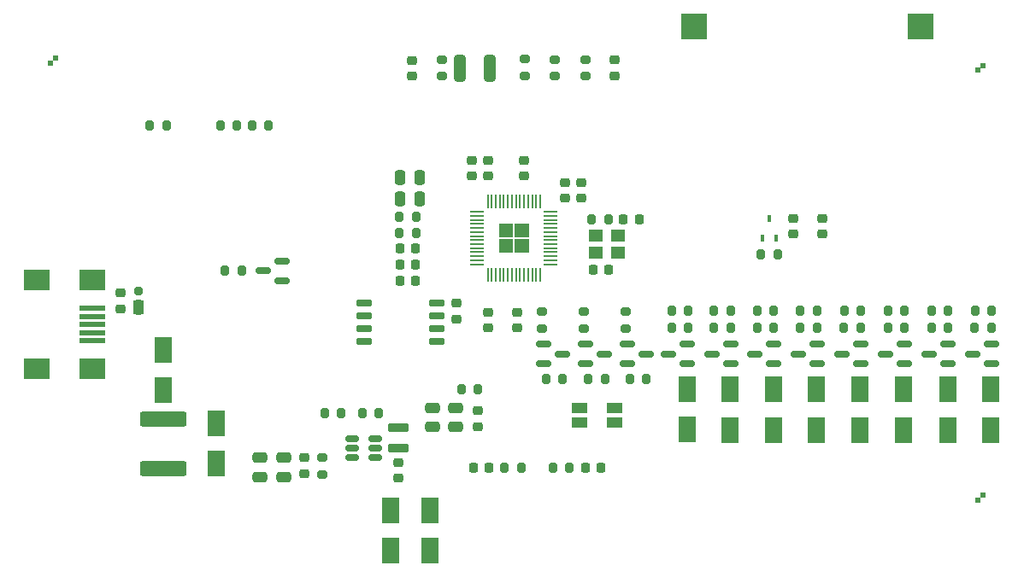
<source format=gbr>
%TF.GenerationSoftware,KiCad,Pcbnew,(6.0.4)*%
%TF.CreationDate,2022-04-12T11:12:27+02:00*%
%TF.ProjectId,PPSE_2021,50505345-5f32-4303-9231-2e6b69636164,rev?*%
%TF.SameCoordinates,Original*%
%TF.FileFunction,Paste,Top*%
%TF.FilePolarity,Positive*%
%FSLAX46Y46*%
G04 Gerber Fmt 4.6, Leading zero omitted, Abs format (unit mm)*
G04 Created by KiCad (PCBNEW (6.0.4)) date 2022-04-12 11:12:27*
%MOMM*%
%LPD*%
G01*
G04 APERTURE LIST*
G04 Aperture macros list*
%AMRoundRect*
0 Rectangle with rounded corners*
0 $1 Rounding radius*
0 $2 $3 $4 $5 $6 $7 $8 $9 X,Y pos of 4 corners*
0 Add a 4 corners polygon primitive as box body*
4,1,4,$2,$3,$4,$5,$6,$7,$8,$9,$2,$3,0*
0 Add four circle primitives for the rounded corners*
1,1,$1+$1,$2,$3*
1,1,$1+$1,$4,$5*
1,1,$1+$1,$6,$7*
1,1,$1+$1,$8,$9*
0 Add four rect primitives between the rounded corners*
20,1,$1+$1,$2,$3,$4,$5,0*
20,1,$1+$1,$4,$5,$6,$7,0*
20,1,$1+$1,$6,$7,$8,$9,0*
20,1,$1+$1,$8,$9,$2,$3,0*%
G04 Aperture macros list end*
%ADD10R,0.500000X0.500000*%
%ADD11RoundRect,0.250000X0.250000X0.475000X-0.250000X0.475000X-0.250000X-0.475000X0.250000X-0.475000X0*%
%ADD12R,1.800000X2.500000*%
%ADD13RoundRect,0.225000X0.225000X0.250000X-0.225000X0.250000X-0.225000X-0.250000X0.225000X-0.250000X0*%
%ADD14RoundRect,0.150000X0.587500X0.150000X-0.587500X0.150000X-0.587500X-0.150000X0.587500X-0.150000X0*%
%ADD15RoundRect,0.200000X-0.200000X-0.275000X0.200000X-0.275000X0.200000X0.275000X-0.200000X0.275000X0*%
%ADD16RoundRect,0.200000X0.200000X0.275000X-0.200000X0.275000X-0.200000X-0.275000X0.200000X-0.275000X0*%
%ADD17RoundRect,0.200000X-0.275000X0.200000X-0.275000X-0.200000X0.275000X-0.200000X0.275000X0.200000X0*%
%ADD18RoundRect,0.250000X0.475000X-0.250000X0.475000X0.250000X-0.475000X0.250000X-0.475000X-0.250000X0*%
%ADD19RoundRect,0.218750X0.256250X-0.218750X0.256250X0.218750X-0.256250X0.218750X-0.256250X-0.218750X0*%
%ADD20RoundRect,0.225000X-0.250000X0.225000X-0.250000X-0.225000X0.250000X-0.225000X0.250000X0.225000X0*%
%ADD21RoundRect,0.225000X-2.075000X0.525000X-2.075000X-0.525000X2.075000X-0.525000X2.075000X0.525000X0*%
%ADD22RoundRect,0.150000X0.512500X0.150000X-0.512500X0.150000X-0.512500X-0.150000X0.512500X-0.150000X0*%
%ADD23R,1.400000X1.200000*%
%ADD24RoundRect,0.275000X-0.275000X-0.450000X0.275000X-0.450000X0.275000X0.450000X-0.275000X0.450000X0*%
%ADD25RoundRect,0.200000X-0.200000X-0.200000X0.200000X-0.200000X0.200000X0.200000X-0.200000X0.200000X0*%
%ADD26R,2.500000X0.500000*%
%ADD27R,2.500000X2.000000*%
%ADD28R,1.500000X1.000000*%
%ADD29RoundRect,0.218750X-0.256250X0.218750X-0.256250X-0.218750X0.256250X-0.218750X0.256250X0.218750X0*%
%ADD30RoundRect,0.150000X-0.587500X-0.150000X0.587500X-0.150000X0.587500X0.150000X-0.587500X0.150000X0*%
%ADD31RoundRect,0.120000X0.880000X-0.280000X0.880000X0.280000X-0.880000X0.280000X-0.880000X-0.280000X0*%
%ADD32RoundRect,0.225000X-0.225000X-0.250000X0.225000X-0.250000X0.225000X0.250000X-0.225000X0.250000X0*%
%ADD33RoundRect,0.250000X-0.475000X0.250000X-0.475000X-0.250000X0.475000X-0.250000X0.475000X0.250000X0*%
%ADD34RoundRect,0.225000X0.250000X-0.225000X0.250000X0.225000X-0.250000X0.225000X-0.250000X-0.225000X0*%
%ADD35RoundRect,0.200000X0.275000X-0.200000X0.275000X0.200000X-0.275000X0.200000X-0.275000X-0.200000X0*%
%ADD36RoundRect,0.050000X0.050000X-0.587500X0.050000X0.587500X-0.050000X0.587500X-0.050000X-0.587500X0*%
%ADD37RoundRect,0.050000X0.587500X0.050000X-0.587500X0.050000X-0.587500X-0.050000X0.587500X-0.050000X0*%
%ADD38RoundRect,0.050000X-0.050000X0.587500X-0.050000X-0.587500X0.050000X-0.587500X0.050000X0.587500X0*%
%ADD39RoundRect,0.050000X-0.587500X-0.050000X0.587500X-0.050000X0.587500X0.050000X-0.587500X0.050000X0*%
%ADD40RoundRect,0.150000X-0.650000X-0.150000X0.650000X-0.150000X0.650000X0.150000X-0.650000X0.150000X0*%
%ADD41R,2.500000X2.500000*%
%ADD42R,0.450000X0.700000*%
%ADD43RoundRect,0.250000X-0.312500X-1.075000X0.312500X-1.075000X0.312500X1.075000X-0.312500X1.075000X0*%
G04 APERTURE END LIST*
%TO.C,U2*%
G36*
X135710800Y-102109400D02*
G01*
X137109200Y-102109400D01*
X137109200Y-100736400D01*
X135710800Y-100736400D01*
X135710800Y-102109400D01*
G37*
G36*
X135710800Y-100533200D02*
G01*
X137109200Y-100533200D01*
X137109200Y-99160200D01*
X135710800Y-99160200D01*
X135710800Y-100533200D01*
G37*
G36*
X137285600Y-102109400D02*
G01*
X138684000Y-102109400D01*
X138684000Y-100736400D01*
X137285600Y-100736400D01*
X137285600Y-102109400D01*
G37*
G36*
X137287000Y-100533200D02*
G01*
X138685400Y-100533200D01*
X138685400Y-99160200D01*
X137287000Y-99160200D01*
X137287000Y-100533200D01*
G37*
%TD*%
D10*
%TO.C,FID1*%
X91800000Y-82800000D03*
X91300000Y-83300000D03*
%TD*%
D11*
%TO.C,C8*%
X127849989Y-94640400D03*
X125949989Y-94640400D03*
%TD*%
D12*
%TO.C,D4*%
X107746800Y-123005600D03*
X107746800Y-119005600D03*
%TD*%
D13*
%TO.C,C12*%
X127458789Y-101689400D03*
X125908789Y-101689400D03*
%TD*%
D14*
%TO.C,Q6*%
X171553727Y-113065600D03*
X171553727Y-111165600D03*
X169678727Y-112115600D03*
%TD*%
D15*
%TO.C,R14*%
X108598200Y-103886000D03*
X110248200Y-103886000D03*
%TD*%
D12*
%TO.C,D10*%
X175839413Y-119662297D03*
X175839413Y-115662297D03*
%TD*%
D15*
%TO.C,R35*%
X157033671Y-107865426D03*
X158683671Y-107865426D03*
%TD*%
%TO.C,R34*%
X152829471Y-107865426D03*
X154479471Y-107865426D03*
%TD*%
D16*
%TO.C,R39*%
X158683671Y-109541826D03*
X157033671Y-109541826D03*
%TD*%
D15*
%TO.C,R27*%
X174236884Y-107814626D03*
X175886884Y-107814626D03*
%TD*%
D12*
%TO.C,D14*%
X158636200Y-119662297D03*
X158636200Y-115662297D03*
%TD*%
D15*
%TO.C,R5*%
X108142000Y-89433400D03*
X109792000Y-89433400D03*
%TD*%
D17*
%TO.C,R15*%
X144119600Y-107925600D03*
X144119600Y-109575600D03*
%TD*%
D16*
%TO.C,R2*%
X112890800Y-89433400D03*
X111240800Y-89433400D03*
%TD*%
D17*
%TO.C,R24*%
X138317700Y-82893400D03*
X138317700Y-84543400D03*
%TD*%
%TO.C,R19*%
X148285200Y-107925600D03*
X148285200Y-109575600D03*
%TD*%
D15*
%TO.C,R16*%
X144564600Y-114604800D03*
X146214600Y-114604800D03*
%TD*%
D10*
%TO.C,FID2*%
X183700000Y-83500000D03*
X183200000Y-84000000D03*
%TD*%
D12*
%TO.C,D13*%
X154381200Y-119630297D03*
X154381200Y-115630297D03*
%TD*%
D18*
%TO.C,C23*%
X131470400Y-119364800D03*
X131470400Y-117464800D03*
%TD*%
D19*
%TO.C,FB1*%
X98247200Y-107645200D03*
X98247200Y-106070200D03*
%TD*%
D20*
%TO.C,C21*%
X125780800Y-122885200D03*
X125780800Y-124435200D03*
%TD*%
D21*
%TO.C,F1*%
X102514400Y-118606400D03*
X102514400Y-123506400D03*
%TD*%
D14*
%TO.C,Q12*%
X162936371Y-113065600D03*
X162936371Y-111165600D03*
X161061371Y-112115600D03*
%TD*%
D11*
%TO.C,C9*%
X127837789Y-96723200D03*
X125937789Y-96723200D03*
%TD*%
D20*
%TO.C,C5*%
X131528000Y-107098800D03*
X131528000Y-108648800D03*
%TD*%
D15*
%TO.C,R37*%
X165593471Y-107865426D03*
X167243471Y-107865426D03*
%TD*%
D14*
%TO.C,Q13*%
X167228971Y-113065600D03*
X167228971Y-111165600D03*
X165353971Y-112115600D03*
%TD*%
%TO.C,Q10*%
X154414171Y-113065600D03*
X154414171Y-111165600D03*
X152539171Y-112115600D03*
%TD*%
D22*
%TO.C,U3*%
X123463900Y-122412800D03*
X123463900Y-121462800D03*
X123463900Y-120512800D03*
X121188900Y-120512800D03*
X121188900Y-121462800D03*
X121188900Y-122412800D03*
%TD*%
D12*
%TO.C,D1*%
X102463600Y-115722400D03*
X102463600Y-111722400D03*
%TD*%
D20*
%TO.C,C24*%
X164896800Y-98691400D03*
X164896800Y-100241400D03*
%TD*%
D23*
%TO.C,Y1*%
X145293400Y-102094400D03*
X147493400Y-102094400D03*
X147493400Y-100394400D03*
X145293400Y-100394400D03*
%TD*%
D12*
%TO.C,D11*%
X180166999Y-119662297D03*
X180166999Y-115662297D03*
%TD*%
D13*
%TO.C,C16*%
X127446589Y-103276400D03*
X125896589Y-103276400D03*
%TD*%
D24*
%TO.C,D5*%
X100025200Y-107533200D03*
D25*
X100025200Y-105913200D03*
%TD*%
D26*
%TO.C,J3*%
X95471400Y-107620000D03*
X95471400Y-108420000D03*
X95471400Y-109220000D03*
X95471400Y-110020000D03*
X95471400Y-110820000D03*
D27*
X89971400Y-113620000D03*
X95471400Y-104820000D03*
X95471400Y-113620000D03*
X89971400Y-104820000D03*
%TD*%
D16*
%TO.C,R30*%
X171556027Y-109541826D03*
X169906027Y-109541826D03*
%TD*%
D20*
%TO.C,C15*%
X137500000Y-107975000D03*
X137500000Y-109525000D03*
%TD*%
D28*
%TO.C,D7*%
X143677500Y-117511600D03*
X143677500Y-118911600D03*
X147177500Y-118911600D03*
X147177500Y-117511600D03*
%TD*%
D12*
%TO.C,D16*%
X167196000Y-119662297D03*
X167196000Y-115662297D03*
%TD*%
D29*
%TO.C,D6*%
X133654800Y-117779700D03*
X133654800Y-119354700D03*
%TD*%
D15*
%TO.C,R3*%
X141059400Y-123444000D03*
X142709400Y-123444000D03*
%TD*%
D30*
%TO.C,Q5*%
X148427700Y-111165600D03*
X148427700Y-113065600D03*
X150302700Y-112115600D03*
%TD*%
D31*
%TO.C,L1*%
X125780800Y-121446800D03*
X125780800Y-119446800D03*
%TD*%
D12*
%TO.C,D2*%
X125018800Y-131641600D03*
X125018800Y-127641600D03*
%TD*%
D32*
%TO.C,C1*%
X145059600Y-103784400D03*
X146609600Y-103784400D03*
%TD*%
D33*
%TO.C,C18*%
X112014000Y-122443200D03*
X112014000Y-124343200D03*
%TD*%
D12*
%TO.C,D15*%
X162903400Y-119662297D03*
X162903400Y-115662297D03*
%TD*%
D15*
%TO.C,R29*%
X182867800Y-107865426D03*
X184517800Y-107865426D03*
%TD*%
D16*
%TO.C,R7*%
X127509589Y-100114600D03*
X125859589Y-100114600D03*
%TD*%
D14*
%TO.C,Q8*%
X180199970Y-113065600D03*
X180199970Y-111165600D03*
X178324970Y-112115600D03*
%TD*%
D16*
%TO.C,R11*%
X120103400Y-118000000D03*
X118453400Y-118000000D03*
%TD*%
D12*
%TO.C,D9*%
X171520756Y-119662297D03*
X171520756Y-115662297D03*
%TD*%
D34*
%TO.C,C10*%
X134620000Y-94488000D03*
X134620000Y-92938000D03*
%TD*%
D15*
%TO.C,R18*%
X140399000Y-114604800D03*
X142049000Y-114604800D03*
%TD*%
D14*
%TO.C,Q11*%
X158669171Y-113065600D03*
X158669171Y-111165600D03*
X156794171Y-112115600D03*
%TD*%
D15*
%TO.C,R28*%
X178564470Y-107865426D03*
X180214470Y-107865426D03*
%TD*%
D34*
%TO.C,C14*%
X133045200Y-94501000D03*
X133045200Y-92951000D03*
%TD*%
D15*
%TO.C,R36*%
X161300871Y-107814626D03*
X162950871Y-107814626D03*
%TD*%
D20*
%TO.C,C25*%
X167741600Y-98678400D03*
X167741600Y-100228400D03*
%TD*%
D14*
%TO.C,Q9*%
X184503300Y-113065600D03*
X184503300Y-111165600D03*
X182628300Y-112115600D03*
%TD*%
D15*
%TO.C,R13*%
X161684200Y-102260400D03*
X163334200Y-102260400D03*
%TD*%
D35*
%TO.C,R23*%
X144261300Y-84594200D03*
X144261300Y-82944200D03*
%TD*%
D34*
%TO.C,C7*%
X142290800Y-96685400D03*
X142290800Y-95135400D03*
%TD*%
D30*
%TO.C,Q3*%
X144299700Y-111165600D03*
X144299700Y-113065600D03*
X146174700Y-112115600D03*
%TD*%
D14*
%TO.C,Q7*%
X175872384Y-113065600D03*
X175872384Y-111165600D03*
X173997384Y-112115600D03*
%TD*%
D15*
%TO.C,R20*%
X148679400Y-114604800D03*
X150329400Y-114604800D03*
%TD*%
D33*
%TO.C,C19*%
X114401600Y-122443200D03*
X114401600Y-124343200D03*
%TD*%
D36*
%TO.C,U2*%
X134610800Y-104272300D03*
X135010800Y-104272300D03*
X135410800Y-104272300D03*
X135810800Y-104272300D03*
X136210800Y-104272300D03*
X136610800Y-104272300D03*
X137010800Y-104272300D03*
X137410800Y-104272300D03*
X137810800Y-104272300D03*
X138210800Y-104272300D03*
X138610800Y-104272300D03*
X139010800Y-104272300D03*
X139410800Y-104272300D03*
X139810800Y-104272300D03*
D37*
X140848300Y-103234800D03*
X140848300Y-102834800D03*
X140848300Y-102434800D03*
X140848300Y-102034800D03*
X140848300Y-101634800D03*
X140848300Y-101234800D03*
X140848300Y-100834800D03*
X140848300Y-100434800D03*
X140848300Y-100034800D03*
X140848300Y-99634800D03*
X140848300Y-99234800D03*
X140848300Y-98834800D03*
X140848300Y-98434800D03*
X140848300Y-98034800D03*
D38*
X139810800Y-96997300D03*
X139410800Y-96997300D03*
X139010800Y-96997300D03*
X138610800Y-96997300D03*
X138210800Y-96997300D03*
X137810800Y-96997300D03*
X137410800Y-96997300D03*
X137010800Y-96997300D03*
X136610800Y-96997300D03*
X136210800Y-96997300D03*
X135810800Y-96997300D03*
X135410800Y-96997300D03*
X135010800Y-96997300D03*
X134610800Y-96997300D03*
D39*
X133573300Y-98034800D03*
X133573300Y-98434800D03*
X133573300Y-98834800D03*
X133573300Y-99234800D03*
X133573300Y-99634800D03*
X133573300Y-100034800D03*
X133573300Y-100434800D03*
X133573300Y-100834800D03*
X133573300Y-101234800D03*
X133573300Y-101634800D03*
X133573300Y-102034800D03*
X133573300Y-102434800D03*
X133573300Y-102834800D03*
X133573300Y-103234800D03*
%TD*%
D10*
%TO.C,FID3*%
X183700000Y-126100000D03*
X183200000Y-126600000D03*
%TD*%
D17*
%TO.C,R9*%
X118262400Y-122415800D03*
X118262400Y-124065800D03*
%TD*%
D20*
%TO.C,C17*%
X134670800Y-107968285D03*
X134670800Y-109518285D03*
%TD*%
D16*
%TO.C,R1*%
X102806000Y-89484200D03*
X101156000Y-89484200D03*
%TD*%
D40*
%TO.C,U1*%
X122333200Y-107111800D03*
X122333200Y-108381800D03*
X122333200Y-109651800D03*
X122333200Y-110921800D03*
X129533200Y-110921800D03*
X129533200Y-109651800D03*
X129533200Y-108381800D03*
X129533200Y-107111800D03*
%TD*%
D16*
%TO.C,R4*%
X146582400Y-98755200D03*
X144932400Y-98755200D03*
%TD*%
D34*
%TO.C,C26*%
X127141700Y-84582000D03*
X127141700Y-83032000D03*
%TD*%
D32*
%TO.C,C3*%
X148056800Y-98755200D03*
X149606800Y-98755200D03*
%TD*%
D16*
%TO.C,R6*%
X137934200Y-123444000D03*
X136284200Y-123444000D03*
%TD*%
D19*
%TO.C,D8*%
X147207700Y-84556700D03*
X147207700Y-82981700D03*
%TD*%
D16*
%TO.C,R38*%
X154467271Y-109541826D03*
X152817271Y-109541826D03*
%TD*%
%TO.C,R31*%
X175886884Y-109541826D03*
X174236884Y-109541826D03*
%TD*%
D34*
%TO.C,C11*%
X143916400Y-96685400D03*
X143916400Y-95135400D03*
%TD*%
D13*
%TO.C,C6*%
X127446589Y-104851200D03*
X125896589Y-104851200D03*
%TD*%
D14*
%TO.C,Q2*%
X114272300Y-104836000D03*
X114272300Y-102936000D03*
X112397300Y-103886000D03*
%TD*%
D20*
%TO.C,C20*%
X116484400Y-122428000D03*
X116484400Y-123978000D03*
%TD*%
D41*
%TO.C,U4*%
X155013400Y-79657600D03*
X177523400Y-79657600D03*
%TD*%
D18*
%TO.C,C22*%
X129133600Y-119364800D03*
X129133600Y-117464800D03*
%TD*%
D32*
%TO.C,C2*%
X144259000Y-123444000D03*
X145809000Y-123444000D03*
%TD*%
D16*
%TO.C,R40*%
X162950871Y-109541826D03*
X161300871Y-109541826D03*
%TD*%
D30*
%TO.C,Q4*%
X140171700Y-111165600D03*
X140171700Y-113065600D03*
X142046700Y-112115600D03*
%TD*%
D35*
%TO.C,R25*%
X141264100Y-84582000D03*
X141264100Y-82932000D03*
%TD*%
D17*
%TO.C,R22*%
X130037300Y-82944200D03*
X130037300Y-84594200D03*
%TD*%
D16*
%TO.C,R8*%
X127509589Y-98539800D03*
X125859589Y-98539800D03*
%TD*%
%TO.C,R33*%
X184505600Y-109524800D03*
X182855600Y-109524800D03*
%TD*%
D17*
%TO.C,R17*%
X139954000Y-107937800D03*
X139954000Y-109587800D03*
%TD*%
D42*
%TO.C,Q1*%
X161859200Y-100669600D03*
X163159200Y-100669600D03*
X162509200Y-98669600D03*
%TD*%
D13*
%TO.C,C4*%
X134734600Y-123444000D03*
X133184600Y-123444000D03*
%TD*%
D12*
%TO.C,D12*%
X184470329Y-119662297D03*
X184470329Y-115662297D03*
%TD*%
D16*
%TO.C,R41*%
X167243471Y-109541826D03*
X165593471Y-109541826D03*
%TD*%
D34*
%TO.C,C13*%
X138226800Y-94488000D03*
X138226800Y-92938000D03*
%TD*%
D16*
%TO.C,R12*%
X133654800Y-115620800D03*
X132004800Y-115620800D03*
%TD*%
D43*
%TO.C,R21*%
X131876800Y-83769200D03*
X134801800Y-83769200D03*
%TD*%
D12*
%TO.C,D3*%
X128930400Y-127641600D03*
X128930400Y-131641600D03*
%TD*%
D16*
%TO.C,R10*%
X123824000Y-118000000D03*
X122174000Y-118000000D03*
%TD*%
D15*
%TO.C,R26*%
X169918227Y-107865426D03*
X171568227Y-107865426D03*
%TD*%
D16*
%TO.C,R32*%
X180202270Y-109541826D03*
X178552270Y-109541826D03*
%TD*%
M02*

</source>
